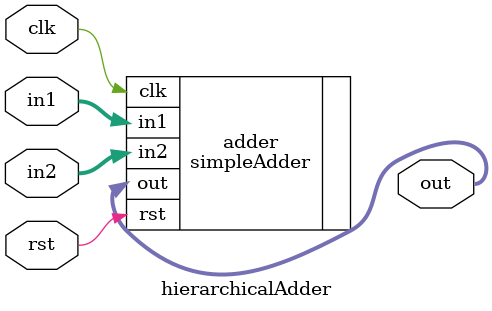
<source format=v>
module hierarchicalAdder #(parameter WIDTH = 8) (
    input wire clk,             //  The clock signal for the module.
    input wire rst,             //  The reset signal for the module.The reset signal for the module. When high, the output will be set to zero.
    input wire [WIDTH-1:0] in1, //  The first 8-bit operand for the addition.
    input wire [WIDTH-1:0] in2, //  The second 8-bit operand for the addition.
    output reg [WIDTH:0] out    //  The result of the addition, a 9-bit value.
);
    simpleAdder adder(
        .clk(clk),
        .rst(rst),
        .in1(in1),
        .in2(in2),
        .out(out)
    );
endmodule

</source>
